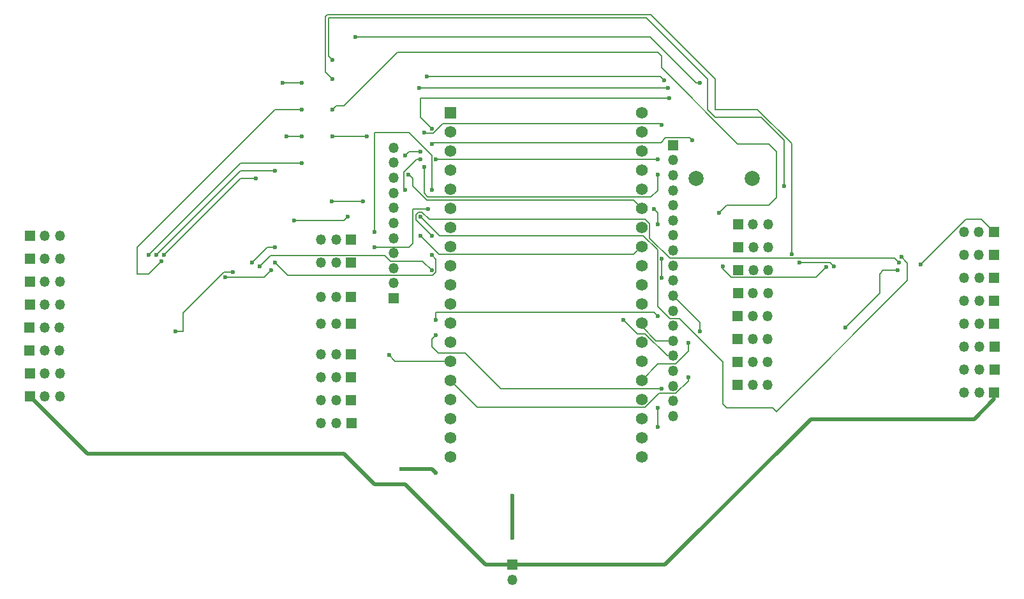
<source format=gbr>
%TF.GenerationSoftware,KiCad,Pcbnew,8.0.5*%
%TF.CreationDate,2024-11-24T13:45:08+01:00*%
%TF.ProjectId,navrh03,6e617672-6830-4332-9e6b-696361645f70,rev?*%
%TF.SameCoordinates,Original*%
%TF.FileFunction,Copper,L2,Bot*%
%TF.FilePolarity,Positive*%
%FSLAX46Y46*%
G04 Gerber Fmt 4.6, Leading zero omitted, Abs format (unit mm)*
G04 Created by KiCad (PCBNEW 8.0.5) date 2024-11-24 13:45:08*
%MOMM*%
%LPD*%
G01*
G04 APERTURE LIST*
%TA.AperFunction,ComponentPad*%
%ADD10R,1.350000X1.350000*%
%TD*%
%TA.AperFunction,ComponentPad*%
%ADD11O,1.350000X1.350000*%
%TD*%
%TA.AperFunction,ComponentPad*%
%ADD12C,2.000000*%
%TD*%
%TA.AperFunction,ComponentPad*%
%ADD13R,1.560000X1.560000*%
%TD*%
%TA.AperFunction,ComponentPad*%
%ADD14C,1.560000*%
%TD*%
%TA.AperFunction,ViaPad*%
%ADD15C,0.600000*%
%TD*%
%TA.AperFunction,Conductor*%
%ADD16C,0.500000*%
%TD*%
%TA.AperFunction,Conductor*%
%ADD17C,0.200000*%
%TD*%
G04 APERTURE END LIST*
D10*
%TO.P,J2,1,Pin_1*%
%TO.N,GND*%
X146304000Y-117364000D03*
D11*
%TO.P,J2,2,Pin_2*%
%TO.N,Net-(J2-Pin_2)*%
X146304000Y-119364000D03*
%TD*%
D10*
%TO.P,J13R1,1,Pin_1*%
%TO.N,GND*%
X176276000Y-81280000D03*
D11*
%TO.P,J13R1,2,Pin_2*%
%TO.N,5.0V*%
X178276000Y-81280000D03*
%TO.P,J13R1,3,Pin_3*%
%TO.N,Net-(J13R1-Pin_3)*%
X180276000Y-81280000D03*
%TD*%
D10*
%TO.P,J24,1,Pin_1*%
%TO.N,GND*%
X82264000Y-85852000D03*
D11*
%TO.P,J24,2,Pin_2*%
%TO.N,5.0V*%
X84264000Y-85852000D03*
%TO.P,J24,3,Pin_3*%
%TO.N,Net-(J24-Pin_3)*%
X86264000Y-85852000D03*
%TD*%
D10*
%TO.P,J15R1,1,Pin_1*%
%TO.N,GND*%
X176244000Y-87376000D03*
D11*
%TO.P,J15R1,2,Pin_2*%
%TO.N,5.0V*%
X178244000Y-87376000D03*
%TO.P,J15R1,3,Pin_3*%
%TO.N,Net-(J15R1-Pin_3)*%
X180244000Y-87376000D03*
%TD*%
D10*
%TO.P,J19,1,Pin_1*%
%TO.N,GND*%
X124936000Y-74168000D03*
D11*
%TO.P,J19,2,Pin_2*%
%TO.N,5.0V*%
X122936000Y-74168000D03*
%TO.P,J19,3,Pin_3*%
%TO.N,Net-(J19-Pin_3)*%
X120936000Y-74168000D03*
%TD*%
D10*
%TO.P,J14R1,1,Pin_1*%
%TO.N,GND*%
X176244000Y-84328000D03*
D11*
%TO.P,J14R1,2,Pin_2*%
%TO.N,5.0V*%
X178244000Y-84328000D03*
%TO.P,J14R1,3,Pin_3*%
%TO.N,Net-(J14R1-Pin_3)*%
X180244000Y-84328000D03*
%TD*%
D10*
%TO.P,J25,1,Pin_1*%
%TO.N,GND*%
X82264000Y-88900000D03*
D11*
%TO.P,J25,2,Pin_2*%
%TO.N,5.0V*%
X84264000Y-88900000D03*
%TO.P,J25,3,Pin_3*%
%TO.N,Net-(J25-Pin_3)*%
X86264000Y-88900000D03*
%TD*%
D10*
%TO.P,J18,1,Pin_1*%
%TO.N,GND*%
X124936000Y-77216000D03*
D11*
%TO.P,J18,2,Pin_2*%
%TO.N,5.0V*%
X122936000Y-77216000D03*
%TO.P,J18,3,Pin_3*%
%TO.N,Net-(J18-Pin_3)*%
X120936000Y-77216000D03*
%TD*%
D10*
%TO.P,J12,1,Pin_1*%
%TO.N,GND*%
X124968000Y-98552000D03*
D11*
%TO.P,J12,2,Pin_2*%
%TO.N,5.0V*%
X122968000Y-98552000D03*
%TO.P,J12,3,Pin_3*%
%TO.N,Net-(J12-Pin_3)*%
X120968000Y-98552000D03*
%TD*%
D10*
%TO.P,J22,1,Pin_1*%
%TO.N,GND*%
X82296000Y-79756000D03*
D11*
%TO.P,J22,2,Pin_2*%
%TO.N,5.0V*%
X84296000Y-79756000D03*
%TO.P,J22,3,Pin_3*%
%TO.N,Net-(J22-Pin_3)*%
X86296000Y-79756000D03*
%TD*%
D10*
%TO.P,J3,1,Pin_1*%
%TO.N,Net-(J3-Pin_1)*%
X167640000Y-61628000D03*
D11*
%TO.P,J3,2,Pin_2*%
%TO.N,Net-(J3-Pin_2)*%
X167640000Y-63628000D03*
%TO.P,J3,3,Pin_3*%
%TO.N,Net-(J3-Pin_3)*%
X167640000Y-65628000D03*
%TO.P,J3,4,Pin_4*%
%TO.N,Net-(J3-Pin_4)*%
X167640000Y-67628000D03*
%TO.P,J3,5,Pin_5*%
%TO.N,Net-(J3-Pin_5)*%
X167640000Y-69628000D03*
%TO.P,J3,6,Pin_6*%
%TO.N,Net-(J3-Pin_6)*%
X167640000Y-71628000D03*
%TO.P,J3,7,Pin_7*%
%TO.N,Net-(J3-Pin_7)*%
X167640000Y-73628000D03*
%TO.P,J3,8,Pin_8*%
%TO.N,Net-(J3-Pin_8)*%
X167640000Y-75628000D03*
%TO.P,J3,9,Pin_9*%
%TO.N,Net-(J3-Pin_9)*%
X167640000Y-77628000D03*
%TO.P,J3,10,Pin_10*%
%TO.N,Net-(J3-Pin_10)*%
X167640000Y-79628000D03*
%TO.P,J3,11,Pin_11*%
%TO.N,Net-(J3-Pin_11)*%
X167640000Y-81628000D03*
%TO.P,J3,12,Pin_12*%
%TO.N,Net-(J3-Pin_12)*%
X167640000Y-83628000D03*
%TO.P,J3,13,Pin_13*%
%TO.N,Net-(J3-Pin_13)*%
X167640000Y-85628000D03*
%TO.P,J3,14,Pin_14*%
%TO.N,Net-(J3-Pin_14)*%
X167640000Y-87628000D03*
%TO.P,J3,15,Pin_15*%
%TO.N,Net-(J3-Pin_15)*%
X167640000Y-89628000D03*
%TO.P,J3,16,Pin_16*%
%TO.N,Net-(J3-Pin_16)*%
X167640000Y-91628000D03*
%TO.P,J3,17,Pin_17*%
%TO.N,Net-(J3-Pin_17)*%
X167640000Y-93628000D03*
%TO.P,J3,18,Pin_18*%
%TO.N,Net-(J3-Pin_18)*%
X167640000Y-95628000D03*
%TO.P,J3,19,Pin_19*%
%TO.N,Net-(J3-Pin_19)*%
X167640000Y-97628000D03*
%TD*%
D10*
%TO.P,J20,1,Pin_1*%
%TO.N,GND*%
X82296000Y-73660000D03*
D11*
%TO.P,J20,2,Pin_2*%
%TO.N,5.0V*%
X84296000Y-73660000D03*
%TO.P,J20,3,Pin_3*%
%TO.N,Net-(J20-Pin_3)*%
X86296000Y-73660000D03*
%TD*%
D10*
%TO.P,J4,1,Pin_1*%
%TO.N,GND*%
X210280000Y-94488000D03*
D11*
%TO.P,J4,2,Pin_2*%
%TO.N,5.0V*%
X208280000Y-94488000D03*
%TO.P,J4,3,Pin_3*%
%TO.N,Net-(J4-Pin_3)*%
X206280000Y-94488000D03*
%TD*%
D10*
%TO.P,J23,1,Pin_1*%
%TO.N,GND*%
X82296000Y-82804000D03*
D11*
%TO.P,J23,2,Pin_2*%
%TO.N,5.0V*%
X84296000Y-82804000D03*
%TO.P,J23,3,Pin_3*%
%TO.N,Net-(J23-Pin_3)*%
X86296000Y-82804000D03*
%TD*%
D10*
%TO.P,J7,1,Pin_1*%
%TO.N,GND*%
X210280000Y-85344000D03*
D11*
%TO.P,J7,2,Pin_2*%
%TO.N,5.0V*%
X208280000Y-85344000D03*
%TO.P,J7,3,Pin_3*%
%TO.N,Net-(J7-Pin_3)*%
X206280000Y-85344000D03*
%TD*%
D10*
%TO.P,J10,1,Pin_1*%
%TO.N,GND*%
X210248000Y-76200000D03*
D11*
%TO.P,J10,2,Pin_2*%
%TO.N,5.0V*%
X208248000Y-76200000D03*
%TO.P,J10,3,Pin_3*%
%TO.N,Net-(J10-Pin_3)*%
X206248000Y-76200000D03*
%TD*%
D10*
%TO.P,J13,1,Pin_1*%
%TO.N,GND*%
X124936000Y-95504000D03*
D11*
%TO.P,J13,2,Pin_2*%
%TO.N,5.0V*%
X122936000Y-95504000D03*
%TO.P,J13,3,Pin_3*%
%TO.N,Net-(J13-Pin_3)*%
X120936000Y-95504000D03*
%TD*%
D10*
%TO.P,J10R1,1,Pin_1*%
%TO.N,GND*%
X176276000Y-72136000D03*
D11*
%TO.P,J10R1,2,Pin_2*%
%TO.N,5.0V*%
X178276000Y-72136000D03*
%TO.P,J10R1,3,Pin_3*%
%TO.N,Net-(J10R1-Pin_3)*%
X180276000Y-72136000D03*
%TD*%
D10*
%TO.P,J26,1,Pin_1*%
%TO.N,GND*%
X82296000Y-91948000D03*
D11*
%TO.P,J26,2,Pin_2*%
%TO.N,5.0V*%
X84296000Y-91948000D03*
%TO.P,J26,3,Pin_3*%
%TO.N,Net-(J26-Pin_3)*%
X86296000Y-91948000D03*
%TD*%
D10*
%TO.P,J16R1,1,Pin_1*%
%TO.N,GND*%
X176244000Y-90424000D03*
D11*
%TO.P,J16R1,2,Pin_2*%
%TO.N,5.0V*%
X178244000Y-90424000D03*
%TO.P,J16R1,3,Pin_3*%
%TO.N,Net-(J16R1-Pin_3)*%
X180244000Y-90424000D03*
%TD*%
D10*
%TO.P,J14,1,Pin_1*%
%TO.N,GND*%
X124936000Y-92456000D03*
D11*
%TO.P,J14,2,Pin_2*%
%TO.N,5.0V*%
X122936000Y-92456000D03*
%TO.P,J14,3,Pin_3*%
%TO.N,Net-(J14-Pin_3)*%
X120936000Y-92456000D03*
%TD*%
D10*
%TO.P,J12R1,1,Pin_1*%
%TO.N,GND*%
X176308000Y-78232000D03*
D11*
%TO.P,J12R1,2,Pin_2*%
%TO.N,5.0V*%
X178308000Y-78232000D03*
%TO.P,J12R1,3,Pin_3*%
%TO.N,Net-(J12R1-Pin_3)*%
X180308000Y-78232000D03*
%TD*%
D10*
%TO.P,J17R1,1,Pin_1*%
%TO.N,GND*%
X176244000Y-93472000D03*
D11*
%TO.P,J17R1,2,Pin_2*%
%TO.N,5.0V*%
X178244000Y-93472000D03*
%TO.P,J17R1,3,Pin_3*%
%TO.N,Net-(J17R1-Pin_3)*%
X180244000Y-93472000D03*
%TD*%
D10*
%TO.P,J5,1,Pin_1*%
%TO.N,GND*%
X210312000Y-91440000D03*
D11*
%TO.P,J5,2,Pin_2*%
%TO.N,5.0V*%
X208312000Y-91440000D03*
%TO.P,J5,3,Pin_3*%
%TO.N,Net-(J5-Pin_3)*%
X206312000Y-91440000D03*
%TD*%
D10*
%TO.P,J11R1,1,Pin_1*%
%TO.N,GND*%
X176308000Y-75184000D03*
D11*
%TO.P,J11R1,2,Pin_2*%
%TO.N,5.0V*%
X178308000Y-75184000D03*
%TO.P,J11R1,3,Pin_3*%
%TO.N,Net-(J11R1-Pin_3)*%
X180308000Y-75184000D03*
%TD*%
D10*
%TO.P,J15,1,Pin_1*%
%TO.N,GND*%
X124936000Y-89408000D03*
D11*
%TO.P,J15,2,Pin_2*%
%TO.N,5.0V*%
X122936000Y-89408000D03*
%TO.P,J15,3,Pin_3*%
%TO.N,Net-(J15-Pin_3)*%
X120936000Y-89408000D03*
%TD*%
D10*
%TO.P,J6,1,Pin_1*%
%TO.N,GND*%
X210312000Y-88392000D03*
D11*
%TO.P,J6,2,Pin_2*%
%TO.N,5.0V*%
X208312000Y-88392000D03*
%TO.P,J6,3,Pin_3*%
%TO.N,Net-(J6-Pin_3)*%
X206312000Y-88392000D03*
%TD*%
D10*
%TO.P,J17,1,Pin_1*%
%TO.N,GND*%
X124936000Y-81788000D03*
D11*
%TO.P,J17,2,Pin_2*%
%TO.N,5.0V*%
X122936000Y-81788000D03*
%TO.P,J17,3,Pin_3*%
%TO.N,Net-(J17-Pin_3)*%
X120936000Y-81788000D03*
%TD*%
D10*
%TO.P,J28,1,Pin_1*%
%TO.N,Net-(J28-Pin_1)*%
X130556000Y-81976000D03*
D11*
%TO.P,J28,2,Pin_2*%
%TO.N,Net-(J28-Pin_2)*%
X130556000Y-79976000D03*
%TO.P,J28,3,Pin_3*%
%TO.N,Net-(J28-Pin_3)*%
X130556000Y-77976000D03*
%TO.P,J28,4,Pin_4*%
%TO.N,Net-(J28-Pin_4)*%
X130556000Y-75976000D03*
%TO.P,J28,5,Pin_5*%
%TO.N,Net-(J28-Pin_5)*%
X130556000Y-73976000D03*
%TO.P,J28,6,Pin_6*%
%TO.N,Net-(J28-Pin_6)*%
X130556000Y-71976000D03*
%TO.P,J28,7,Pin_7*%
%TO.N,Net-(J28-Pin_7)*%
X130556000Y-69976000D03*
%TO.P,J28,8,Pin_8*%
%TO.N,Net-(J28-Pin_8)*%
X130556000Y-67976000D03*
%TO.P,J28,9,Pin_9*%
%TO.N,Net-(J28-Pin_9)*%
X130556000Y-65976000D03*
%TO.P,J28,10,Pin_10*%
%TO.N,Net-(J28-Pin_10)*%
X130556000Y-63976000D03*
%TO.P,J28,11,Pin_11*%
%TO.N,unconnected-(J28-Pin_11-Pad11)*%
X130556000Y-61976000D03*
%TD*%
D10*
%TO.P,J27,1,Pin_1*%
%TO.N,GND*%
X82296000Y-94996000D03*
D11*
%TO.P,J27,2,Pin_2*%
%TO.N,5.0V*%
X84296000Y-94996000D03*
%TO.P,J27,3,Pin_3*%
%TO.N,Net-(J27-Pin_3)*%
X86296000Y-94996000D03*
%TD*%
D12*
%TO.P,C1,1*%
%TO.N,5.0V*%
X178188000Y-66040000D03*
%TO.P,C1,2*%
%TO.N,GND*%
X170688000Y-66040000D03*
%TD*%
D10*
%TO.P,J8,1,Pin_1*%
%TO.N,GND*%
X210280000Y-82296000D03*
D11*
%TO.P,J8,2,Pin_2*%
%TO.N,5.0V*%
X208280000Y-82296000D03*
%TO.P,J8,3,Pin_3*%
%TO.N,Net-(J8-Pin_3)*%
X206280000Y-82296000D03*
%TD*%
D10*
%TO.P,J9,1,Pin_1*%
%TO.N,GND*%
X210280000Y-79248000D03*
D11*
%TO.P,J9,2,Pin_2*%
%TO.N,5.0V*%
X208280000Y-79248000D03*
%TO.P,J9,3,Pin_3*%
%TO.N,Net-(J9-Pin_3)*%
X206280000Y-79248000D03*
%TD*%
D10*
%TO.P,J11,1,Pin_1*%
%TO.N,GND*%
X210248000Y-73152000D03*
D11*
%TO.P,J11,2,Pin_2*%
%TO.N,5.0V*%
X208248000Y-73152000D03*
%TO.P,J11,3,Pin_3*%
%TO.N,Net-(J11-Pin_3)*%
X206248000Y-73152000D03*
%TD*%
D10*
%TO.P,J21,1,Pin_1*%
%TO.N,GND*%
X82296000Y-76708000D03*
D11*
%TO.P,J21,2,Pin_2*%
%TO.N,5.0V*%
X84296000Y-76708000D03*
%TO.P,J21,3,Pin_3*%
%TO.N,Net-(J21-Pin_3)*%
X86296000Y-76708000D03*
%TD*%
D13*
%TO.P,U3,1,3V3*%
%TO.N,unconnected-(J28-Pin_11-Pad11)*%
X138100000Y-57300000D03*
D14*
%TO.P,U3,2,EN*%
%TO.N,Net-(J3-Pin_1)*%
X138100000Y-59840000D03*
%TO.P,U3,3,VP*%
%TO.N,Net-(J3-Pin_2)*%
X138100000Y-62380000D03*
%TO.P,U3,4,VN*%
%TO.N,Net-(J3-Pin_3)*%
X138100000Y-64920000D03*
%TO.P,U3,5,34*%
%TO.N,Net-(J28-Pin_5)*%
X138100000Y-67460000D03*
%TO.P,U3,6,35*%
%TO.N,Net-(J28-Pin_4)*%
X138100000Y-70000000D03*
%TO.P,U3,7,32*%
%TO.N,SDA1*%
X138100000Y-72540000D03*
%TO.P,U3,8,33*%
%TO.N,SCL1*%
X138100000Y-75080000D03*
%TO.P,U3,9,25*%
%TO.N,SDA0*%
X138100000Y-77620000D03*
%TO.P,U3,10,26*%
%TO.N,SCL0*%
X138100000Y-80160000D03*
%TO.P,U3,11,27*%
%TO.N,Net-(J28-Pin_6)*%
X138100000Y-82700000D03*
%TO.P,U3,12,14*%
%TO.N,Net-(J3-Pin_12)*%
X138100000Y-85240000D03*
%TO.P,U3,13,12*%
%TO.N,Net-(J3-Pin_10)*%
X138100000Y-87780000D03*
%TO.P,U3,14,GND*%
%TO.N,GND*%
X138100000Y-90320000D03*
%TO.P,U3,15,13*%
%TO.N,Net-(J3-Pin_11)*%
X138100000Y-92860000D03*
%TO.P,U3,16,D2*%
%TO.N,Net-(J28-Pin_3)*%
X138100000Y-95400000D03*
%TO.P,U3,17,D3*%
%TO.N,Net-(J28-Pin_2)*%
X138100000Y-97940000D03*
%TO.P,U3,18,CMD*%
%TO.N,Net-(J28-Pin_1)*%
X138100000Y-100480000D03*
%TO.P,U3,19,5V*%
%TO.N,5.0V*%
X138100000Y-103020000D03*
%TO.P,U3,20,GND*%
%TO.N,GND*%
X163500000Y-57300000D03*
%TO.P,U3,21,23*%
%TO.N,Net-(J28-Pin_7)*%
X163500000Y-59840000D03*
%TO.P,U3,22,22*%
%TO.N,Net-(J28-Pin_8)*%
X163500000Y-62380000D03*
%TO.P,U3,23,TX*%
%TO.N,Net-(J3-Pin_4)*%
X163500000Y-64920000D03*
%TO.P,U3,24,RX*%
%TO.N,Net-(J3-Pin_5)*%
X163500000Y-67460000D03*
%TO.P,U3,25,21*%
%TO.N,Net-(J28-Pin_9)*%
X163500000Y-70000000D03*
%TO.P,U3,26,GND*%
%TO.N,GND*%
X163500000Y-72540000D03*
%TO.P,U3,27,19*%
%TO.N,Net-(J28-Pin_10)*%
X163500000Y-75080000D03*
%TO.P,U3,28,18*%
%TO.N,Net-(J3-Pin_16)*%
X163500000Y-77620000D03*
%TO.P,U3,29,5*%
%TO.N,Net-(J3-Pin_9)*%
X163500000Y-80160000D03*
%TO.P,U3,30,17*%
%TO.N,Net-(J3-Pin_15)*%
X163500000Y-82700000D03*
%TO.P,U3,31,16*%
%TO.N,Net-(J3-Pin_14)*%
X163500000Y-85240000D03*
%TO.P,U3,32,4*%
%TO.N,Net-(J3-Pin_8)*%
X163500000Y-87780000D03*
%TO.P,U3,33,0*%
%TO.N,Net-(J3-Pin_6)*%
X163500000Y-90320000D03*
%TO.P,U3,34,2*%
%TO.N,Net-(J3-Pin_7)*%
X163500000Y-92860000D03*
%TO.P,U3,35,15*%
%TO.N,Net-(J3-Pin_13)*%
X163500000Y-95400000D03*
%TO.P,U3,36,D1*%
%TO.N,Net-(J3-Pin_18)*%
X163500000Y-97940000D03*
%TO.P,U3,37,D0*%
%TO.N,Net-(J3-Pin_17)*%
X163500000Y-100480000D03*
%TO.P,U3,38,CLK*%
%TO.N,Net-(J3-Pin_19)*%
X163500000Y-103020000D03*
%TD*%
D10*
%TO.P,J16,1,Pin_1*%
%TO.N,GND*%
X124936000Y-85344000D03*
D11*
%TO.P,J16,2,Pin_2*%
%TO.N,5.0V*%
X122936000Y-85344000D03*
%TO.P,J16,3,Pin_3*%
%TO.N,Net-(J16-Pin_3)*%
X120936000Y-85344000D03*
%TD*%
D15*
%TO.N,GND*%
X200500000Y-77500000D03*
X146304000Y-113792000D03*
X109220000Y-78497000D03*
X124460000Y-71120000D03*
X146304000Y-108204000D03*
X129976000Y-89500000D03*
X101600000Y-86360000D03*
X117348000Y-71628000D03*
X197500000Y-78257000D03*
X190500000Y-85852000D03*
%TO.N,5.0V*%
X136144000Y-105156000D03*
X131572000Y-104648000D03*
%TO.N,Net-(J3-Pin_2)*%
X170180000Y-60998000D03*
X135636000Y-61468000D03*
%TO.N,Net-(J3-Pin_3)*%
X165608000Y-65532000D03*
X134620000Y-64516000D03*
%TO.N,Net-(J3-Pin_1)*%
X135636000Y-59436000D03*
X167132000Y-55372000D03*
%TO.N,A0*%
X125476000Y-47244000D03*
X171196000Y-53340000D03*
%TO.N,A1*%
X182372000Y-67056000D03*
X115824000Y-53340000D03*
X100076000Y-76200000D03*
X122428000Y-50292000D03*
X112268000Y-66040000D03*
X118364000Y-53340000D03*
%TO.N,A2*%
X183388000Y-76093000D03*
X184404000Y-77253000D03*
X99798566Y-77061020D03*
X188976000Y-77724000D03*
X122428000Y-52832000D03*
X118364000Y-56896000D03*
%TO.N,A3*%
X174244000Y-77724000D03*
X187960000Y-77833000D03*
X118364000Y-60452000D03*
X114808000Y-65024000D03*
X116332000Y-60452000D03*
X173736000Y-70612000D03*
X122428000Y-56896000D03*
X99060000Y-76200000D03*
%TO.N,A4*%
X127000000Y-60452000D03*
X98044000Y-76200000D03*
X118364000Y-64008000D03*
X167000000Y-54000000D03*
X122428000Y-60452000D03*
X134000000Y-54000000D03*
%TO.N,A5*%
X108204000Y-79184000D03*
X122350000Y-69088000D03*
X126500000Y-69088000D03*
X114372000Y-78232000D03*
X135000000Y-52500000D03*
X166500000Y-53000000D03*
%TO.N,SDA0*%
X114808000Y-75184000D03*
X135636000Y-76200000D03*
X111760000Y-77216000D03*
X114808000Y-77216000D03*
%TO.N,SCL0*%
X112776000Y-77724000D03*
X135636000Y-78232000D03*
%TO.N,Net-(J3-Pin_8)*%
X166188000Y-76708000D03*
X166188000Y-79248000D03*
%TO.N,Net-(J3-Pin_17)*%
X165608000Y-99060000D03*
X165608000Y-96520000D03*
%TO.N,Net-(J28-Pin_4)*%
X135128000Y-70104000D03*
X128016000Y-75184000D03*
%TO.N,SCL1*%
X135636000Y-73660000D03*
X197640536Y-77244536D03*
%TO.N,Net-(J28-Pin_8)*%
X136216000Y-63500000D03*
X132080000Y-67564000D03*
X134112000Y-63500000D03*
X165608000Y-63500000D03*
%TO.N,Net-(J28-Pin_10)*%
X132080000Y-62992000D03*
X134112000Y-62484000D03*
X134112000Y-73660000D03*
%TO.N,Net-(J3-Pin_12)*%
X136144000Y-84836000D03*
X165608000Y-84328000D03*
%TO.N,Net-(J28-Pin_9)*%
X132516000Y-65532000D03*
%TO.N,Net-(J3-Pin_11)*%
X171196000Y-86360000D03*
X169672000Y-92456000D03*
%TO.N,Net-(J3-Pin_5)*%
X165100000Y-70104000D03*
X165608000Y-72136000D03*
%TO.N,Net-(J28-Pin_5)*%
X135636000Y-67564000D03*
X128016000Y-73152000D03*
%TO.N,Net-(J3-Pin_7)*%
X169744000Y-87884000D03*
%TO.N,Net-(J3-Pin_10)*%
X136144000Y-86868000D03*
X166116000Y-93980000D03*
%TO.N,Net-(J3-Pin_15)*%
X161036000Y-84836000D03*
%TO.N,SDA1*%
X198000000Y-76500000D03*
X134112000Y-71120000D03*
%TO.N,Net-(J28-Pin_7)*%
X166116000Y-58928000D03*
X134620000Y-59944000D03*
%TD*%
D16*
%TO.N,GND*%
X89916000Y-102616000D02*
X123952000Y-102616000D01*
D17*
X195555000Y-78257000D02*
X197500000Y-78257000D01*
X130796000Y-90320000D02*
X138100000Y-90320000D01*
X210248000Y-73152000D02*
X208596000Y-71500000D01*
D16*
X82296000Y-94996000D02*
X89916000Y-102616000D01*
D17*
X195072000Y-81280000D02*
X195072000Y-78740000D01*
X108070756Y-78497000D02*
X102616000Y-83951756D01*
X123952000Y-71628000D02*
X124460000Y-71120000D01*
D16*
X146304000Y-117364000D02*
X166608000Y-117364000D01*
D17*
X117348000Y-71628000D02*
X123952000Y-71628000D01*
X190500000Y-85852000D02*
X195072000Y-81280000D01*
D16*
X128016000Y-106680000D02*
X132080000Y-106680000D01*
X123952000Y-102616000D02*
X128016000Y-106680000D01*
D17*
X109220000Y-78497000D02*
X108070756Y-78497000D01*
D16*
X146304000Y-108204000D02*
X146304000Y-113792000D01*
D17*
X102616000Y-86360000D02*
X101600000Y-86360000D01*
D16*
X207599000Y-98044000D02*
X210280000Y-95363000D01*
X185928000Y-98044000D02*
X207599000Y-98044000D01*
D17*
X208596000Y-71500000D02*
X206500000Y-71500000D01*
D16*
X132080000Y-106680000D02*
X142764000Y-117364000D01*
D17*
X206500000Y-71500000D02*
X200500000Y-77500000D01*
X129976000Y-89500000D02*
X130796000Y-90320000D01*
D16*
X166608000Y-117364000D02*
X185928000Y-98044000D01*
D17*
X195072000Y-78740000D02*
X195555000Y-78257000D01*
X210280000Y-95363000D02*
X210280000Y-94488000D01*
X102616000Y-83951756D02*
X102616000Y-86360000D01*
D16*
X142764000Y-117364000D02*
X146304000Y-117364000D01*
%TO.N,5.0V*%
X135636000Y-104648000D02*
X131572000Y-104648000D01*
X136144000Y-105156000D02*
X135636000Y-104648000D01*
D17*
%TO.N,Net-(J3-Pin_2)*%
X166685000Y-60673000D02*
X166038000Y-61320000D01*
X169855000Y-60673000D02*
X166685000Y-60673000D01*
X170180000Y-60998000D02*
X169855000Y-60673000D01*
X135784000Y-61320000D02*
X135636000Y-61468000D01*
X166038000Y-61320000D02*
X135784000Y-61320000D01*
%TO.N,Net-(J3-Pin_3)*%
X135120933Y-68520000D02*
X164748000Y-68520000D01*
X164748000Y-68520000D02*
X165608000Y-67660000D01*
X165608000Y-67660000D02*
X165608000Y-65532000D01*
X134620000Y-64516000D02*
X134620000Y-68019067D01*
X134620000Y-68019067D02*
X135120933Y-68520000D01*
%TO.N,Net-(J3-Pin_1)*%
X167132000Y-55372000D02*
X134112000Y-55372000D01*
X134112000Y-57912000D02*
X135636000Y-59436000D01*
X134112000Y-55372000D02*
X134112000Y-57912000D01*
%TO.N,A0*%
X125476000Y-47244000D02*
X164621401Y-47244000D01*
X170717401Y-53340000D02*
X171196000Y-53340000D01*
X164621401Y-47244000D02*
X170717401Y-53340000D01*
%TO.N,A1*%
X179324000Y-57912000D02*
X173228000Y-57912000D01*
X172212000Y-52832000D02*
X164084000Y-44704000D01*
X173228000Y-57912000D02*
X172212000Y-56896000D01*
X100076000Y-76200000D02*
X110236000Y-66040000D01*
X121920000Y-44704000D02*
X121920000Y-49784000D01*
X110236000Y-66040000D02*
X112268000Y-66040000D01*
X115824000Y-53340000D02*
X118364000Y-53340000D01*
X182372000Y-67056000D02*
X182372000Y-60960000D01*
X164084000Y-44704000D02*
X121920000Y-44704000D01*
X121920000Y-49784000D02*
X122428000Y-50292000D01*
X182372000Y-60960000D02*
X179324000Y-57912000D01*
X172212000Y-56896000D02*
X172212000Y-52832000D01*
%TO.N,A2*%
X121762599Y-44324000D02*
X164720000Y-44324000D01*
X122428000Y-52832000D02*
X121540000Y-51944000D01*
X114808000Y-56896000D02*
X97536000Y-74168000D01*
X96520000Y-75184000D02*
X96520000Y-78740000D01*
X178845402Y-56896000D02*
X183388000Y-61438598D01*
X118364000Y-56896000D02*
X114808000Y-56896000D01*
X173228000Y-56896000D02*
X178845402Y-56896000D01*
X164720000Y-44324000D02*
X173228000Y-52832000D01*
X188505000Y-77253000D02*
X188976000Y-77724000D01*
X98119586Y-78740000D02*
X99798566Y-77061020D01*
X97536000Y-74168000D02*
X96520000Y-75184000D01*
X183388000Y-61438598D02*
X183388000Y-76093000D01*
X96520000Y-78740000D02*
X98119586Y-78740000D01*
X173228000Y-52832000D02*
X173228000Y-56896000D01*
X184404000Y-77253000D02*
X188505000Y-77253000D01*
X121540000Y-51944000D02*
X121540000Y-44546599D01*
X121540000Y-44546599D02*
X121762599Y-44324000D01*
%TO.N,A3*%
X123952000Y-56388000D02*
X122936000Y-56388000D01*
X181356000Y-68580000D02*
X181356000Y-62484000D01*
X176246598Y-61468000D02*
X166116000Y-51337402D01*
X174752000Y-69596000D02*
X180340000Y-69596000D01*
X110236000Y-65024000D02*
X114808000Y-65024000D01*
X181356000Y-62484000D02*
X180340000Y-61468000D01*
X186606000Y-79187000D02*
X175353000Y-79187000D01*
X174244000Y-78078000D02*
X174244000Y-77724000D01*
X173736000Y-70612000D02*
X174752000Y-69596000D01*
X122936000Y-56388000D02*
X122428000Y-56896000D01*
X166116000Y-51337402D02*
X166116000Y-49784000D01*
X180340000Y-61468000D02*
X176246598Y-61468000D01*
X175353000Y-79187000D02*
X174244000Y-78078000D01*
X116332000Y-60452000D02*
X118364000Y-60452000D01*
X165608000Y-49276000D02*
X131064000Y-49276000D01*
X131064000Y-49276000D02*
X123952000Y-56388000D01*
X99060000Y-76200000D02*
X110236000Y-65024000D01*
X166116000Y-49784000D02*
X165608000Y-49276000D01*
X180340000Y-69596000D02*
X181356000Y-68580000D01*
X187960000Y-77833000D02*
X186606000Y-79187000D01*
%TO.N,A4*%
X167000000Y-54000000D02*
X134000000Y-54000000D01*
X110236000Y-64008000D02*
X98044000Y-76200000D01*
X122428000Y-60452000D02*
X127000000Y-60452000D01*
X118364000Y-64008000D02*
X110236000Y-64008000D01*
%TO.N,A5*%
X166000000Y-52500000D02*
X166500000Y-53000000D01*
X122350000Y-69088000D02*
X126500000Y-69088000D01*
X114372000Y-78232000D02*
X113420000Y-79184000D01*
X113420000Y-79184000D02*
X108204000Y-79184000D01*
X135000000Y-52500000D02*
X166000000Y-52500000D01*
%TO.N,SDA0*%
X135636000Y-76200000D02*
X136216000Y-76780000D01*
X113792000Y-75184000D02*
X111760000Y-77216000D01*
X135757244Y-78931000D02*
X116523000Y-78931000D01*
X136216000Y-76780000D02*
X136216000Y-78472244D01*
X114808000Y-75184000D02*
X113792000Y-75184000D01*
X136216000Y-78472244D02*
X135757244Y-78931000D01*
X116523000Y-78931000D02*
X114808000Y-77216000D01*
%TO.N,SCL0*%
X134425000Y-77021000D02*
X135636000Y-78232000D01*
X130160426Y-77021000D02*
X134425000Y-77021000D01*
X112776000Y-77724000D02*
X114239000Y-76261000D01*
X129400426Y-76261000D02*
X130160426Y-77021000D01*
X114239000Y-76261000D02*
X129400426Y-76261000D01*
%TO.N,Net-(J3-Pin_8)*%
X166116000Y-79176000D02*
X166116000Y-76780000D01*
X166188000Y-79248000D02*
X166116000Y-79176000D01*
X166116000Y-76780000D02*
X166188000Y-76708000D01*
%TO.N,Net-(J3-Pin_17)*%
X165608000Y-96520000D02*
X165608000Y-98552000D01*
X165608000Y-98552000D02*
X165608000Y-99060000D01*
%TO.N,Net-(J3-Pin_14)*%
X163500000Y-85240000D02*
X163500000Y-85715401D01*
X165412599Y-87628000D02*
X167640000Y-87628000D01*
X163500000Y-85715401D02*
X165412599Y-87628000D01*
%TO.N,Net-(J28-Pin_4)*%
X128016000Y-75184000D02*
X132588000Y-75184000D01*
X133096000Y-70104000D02*
X135128000Y-70104000D01*
X133096000Y-74676000D02*
X133096000Y-70104000D01*
X132588000Y-75184000D02*
X133096000Y-74676000D01*
%TO.N,SCL1*%
X135292244Y-71480000D02*
X163939067Y-71480000D01*
X133871756Y-70540000D02*
X134352244Y-70540000D01*
X164560000Y-72100933D02*
X164560000Y-73988574D01*
X135636000Y-73660000D02*
X133532000Y-71556000D01*
X197069000Y-76673000D02*
X197640536Y-77244536D01*
X163939067Y-71480000D02*
X164560000Y-72100933D01*
X167244426Y-76673000D02*
X197069000Y-76673000D01*
X134352244Y-70540000D02*
X135292244Y-71480000D01*
X133532000Y-70879756D02*
X133871756Y-70540000D01*
X164560000Y-73988574D02*
X167244426Y-76673000D01*
X133532000Y-71556000D02*
X133532000Y-70879756D01*
%TO.N,Net-(J28-Pin_8)*%
X136216000Y-63500000D02*
X165608000Y-63500000D01*
X130556000Y-67976000D02*
X131160000Y-67976000D01*
X133604000Y-63500000D02*
X134112000Y-63500000D01*
X131936000Y-67420000D02*
X131936000Y-65168000D01*
X131936000Y-65168000D02*
X133604000Y-63500000D01*
X132080000Y-67564000D02*
X131936000Y-67420000D01*
%TO.N,Net-(J28-Pin_10)*%
X162440000Y-76140000D02*
X136592000Y-76140000D01*
X134112000Y-62484000D02*
X132588000Y-62484000D01*
X163500000Y-75080000D02*
X162440000Y-76140000D01*
X136592000Y-76140000D02*
X134112000Y-73660000D01*
X132588000Y-62484000D02*
X132080000Y-62992000D01*
%TO.N,Net-(J3-Pin_12)*%
X136144000Y-84836000D02*
X136144000Y-83820000D01*
X136144000Y-83820000D02*
X165100000Y-83820000D01*
X165100000Y-83820000D02*
X165608000Y-84328000D01*
%TO.N,Net-(J28-Pin_9)*%
X162440000Y-68940000D02*
X135003531Y-68940000D01*
X163500000Y-70000000D02*
X162440000Y-68940000D01*
X133096000Y-66040000D02*
X132588000Y-65532000D01*
X132588000Y-65532000D02*
X132516000Y-65532000D01*
X135003531Y-68940000D02*
X133096000Y-67032469D01*
X133096000Y-67032469D02*
X133096000Y-66040000D01*
%TO.N,Net-(J3-Pin_11)*%
X165816067Y-94583000D02*
X163939067Y-96460000D01*
X167640000Y-81628000D02*
X171196000Y-85184000D01*
X141700000Y-96460000D02*
X138100000Y-92860000D01*
X171196000Y-85184000D02*
X171196000Y-86360000D01*
X168053000Y-94583000D02*
X165816067Y-94583000D01*
X169672000Y-92456000D02*
X169672000Y-92964000D01*
X163939067Y-96460000D02*
X141700000Y-96460000D01*
X169672000Y-92964000D02*
X168053000Y-94583000D01*
%TO.N,Net-(J3-Pin_5)*%
X165100000Y-70104000D02*
X165608000Y-70612000D01*
X165608000Y-70612000D02*
X165608000Y-72136000D01*
%TO.N,Net-(J28-Pin_5)*%
X135636000Y-62992000D02*
X135636000Y-67564000D01*
X128016000Y-73152000D02*
X128016000Y-59944000D01*
X132588000Y-59944000D02*
X128016000Y-59944000D01*
X135636000Y-62992000D02*
X132588000Y-59944000D01*
X130240000Y-73660000D02*
X130556000Y-73976000D01*
%TO.N,Net-(J3-Pin_7)*%
X165687000Y-90673000D02*
X163500000Y-92860000D01*
X169744000Y-88964574D02*
X168035574Y-90673000D01*
X168035574Y-90673000D02*
X165687000Y-90673000D01*
X169744000Y-87884000D02*
X169744000Y-88964574D01*
%TO.N,Net-(J3-Pin_10)*%
X140060000Y-89260000D02*
X136504000Y-89260000D01*
X140060000Y-89260000D02*
X144780000Y-93980000D01*
X135636000Y-88392000D02*
X135636000Y-87376000D01*
X166116000Y-93980000D02*
X144780000Y-93980000D01*
X136504000Y-89260000D02*
X135636000Y-88392000D01*
X135636000Y-87376000D02*
X136144000Y-86868000D01*
%TO.N,Net-(J3-Pin_15)*%
X162920000Y-86720000D02*
X163967197Y-86720000D01*
X163967197Y-86720000D02*
X166875197Y-89628000D01*
X161036000Y-84836000D02*
X162920000Y-86720000D01*
X166875197Y-89628000D02*
X167640000Y-89628000D01*
%TO.N,SDA1*%
X134112000Y-71120000D02*
X136652000Y-73660000D01*
X163694024Y-73660000D02*
X165608000Y-75573976D01*
X174752000Y-96520000D02*
X180848000Y-96520000D01*
X180848000Y-96520000D02*
X181356000Y-97028000D01*
X136652000Y-73660000D02*
X163694024Y-73660000D01*
X165608000Y-83036574D02*
X167244426Y-84673000D01*
X198784122Y-77284122D02*
X198784122Y-79599878D01*
X174244000Y-96012000D02*
X174752000Y-96520000D01*
X167244426Y-84673000D02*
X168493000Y-84673000D01*
X174244000Y-90424000D02*
X174244000Y-96012000D01*
X198784122Y-77284122D02*
X198000000Y-76500000D01*
X181356000Y-97028000D02*
X198784122Y-79599878D01*
X165608000Y-75573976D02*
X165608000Y-83036574D01*
X168493000Y-84673000D02*
X174244000Y-90424000D01*
%TO.N,Net-(J28-Pin_7)*%
X162440000Y-58780000D02*
X165968000Y-58780000D01*
X135876244Y-60016000D02*
X134692000Y-60016000D01*
X137112244Y-58780000D02*
X135876244Y-60016000D01*
X134692000Y-60016000D02*
X134620000Y-59944000D01*
X162440000Y-58780000D02*
X137112244Y-58780000D01*
X165968000Y-58780000D02*
X166116000Y-58928000D01*
%TD*%
M02*

</source>
